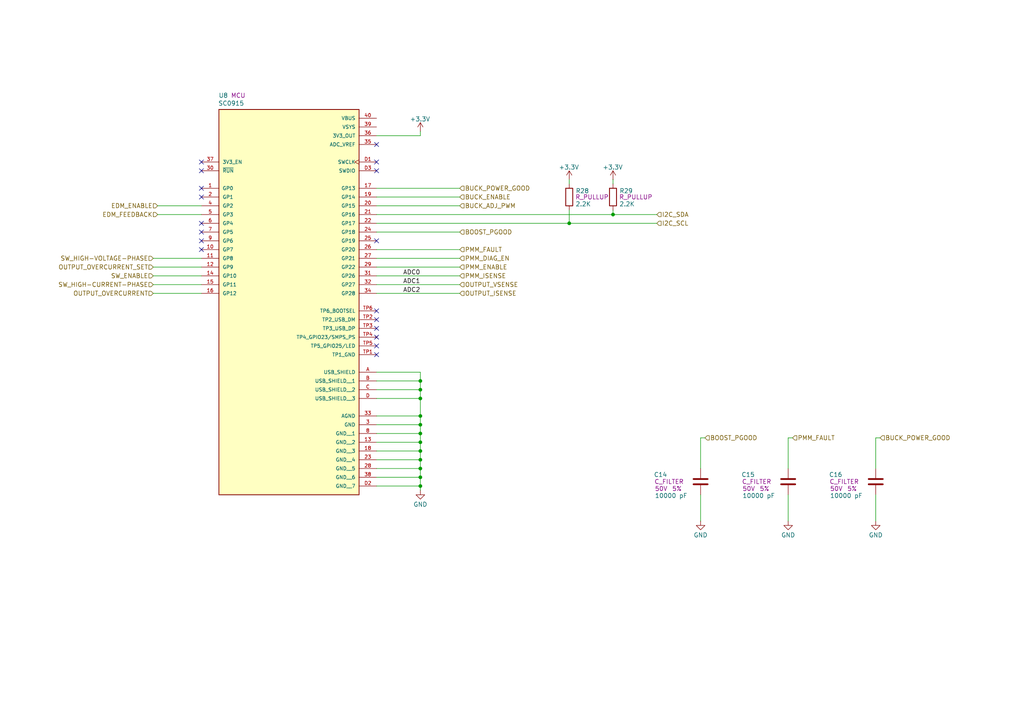
<source format=kicad_sch>
(kicad_sch (version 20250114) (generator "eeschema") (generator_version "9.0")
  (paper "A4")
  (title_block (title "Dual Converter Motherboard, Controller") (date "2025-06-02") (rev "F") (company "Rack Robotics, Inc."))
  (lib_symbols
    (symbol "Device:C" (pin_numbers (hide yes)) (pin_names (offset 0.254))
      (property "Reference" "C" (at 0.635 2.54 0))
      (property "Value" "C" (at 0.635 -2.54 0))
      (symbol "C_0_1"
        (polyline (pts (xy -2.032 0.762) (xy 2.032 0.762)) (stroke (width 0.508)))
        (polyline (pts (xy -2.032 -0.762) (xy 2.032 -0.762)) (stroke (width 0.508)))
      )
      (symbol "C_1_1"
        (pin passive line (at 0 3.81 270) (length 2.794) (name "~") (number "1"))
        (pin passive line (at 0 -3.81 90) (length 2.794) (name "~") (number "2"))
      )
    )
    (symbol "Device:R" (pin_numbers (hide yes)) (pin_names (offset 0))
      (property "Reference" "R" (at 2.032 0 90))
      (property "Value" "R" (at 0 0 90))
      (symbol "R_0_1"
        (rectangle (start -1.016 -2.54) (end 1.016 2.54) (stroke (width 0.254)))
      )
      (symbol "R_1_1"
        (pin passive line (at 0 3.81 270) (length 1.27) (name "~") (number "1"))
        (pin passive line (at 0 -3.81 90) (length 1.27) (name "~") (number "2"))
      )
    )
    (symbol "power:+3.3V" (power) (pin_numbers (hide yes)) (pin_names (offset 0) (hide yes))
      (property "Value" "+3.3V" (at 0 3.556 0))
      (symbol "+3.3V_0_1"
        (polyline (pts (xy -0.762 1.27) (xy 0 2.54)))
        (polyline (pts (xy 0 2.54) (xy 0.762 1.27)))
        (polyline (pts (xy 0 0) (xy 0 2.54)))
      )
      (symbol "+3.3V_1_1"
        (pin power_in line (at 0 0 90) (length 0) (name "~") (number "1"))
      )
    )
    (symbol "power:GND" (power) (pin_numbers (hide yes)) (pin_names (offset 0) (hide yes))
      (property "Value" "GND" (at 0 -3.81 0))
      (symbol "GND_0_1"
        (polyline (pts (xy 0 0) (xy 0 -1.27) (xy 1.27 -1.27) (xy 0 -2.54) (xy -1.27 -1.27) (xy 0 -1.27)))
      )
      (symbol "GND_1_1"
        (pin power_in line (at 0 0 270) (length 0) (name "~") (number "1"))
      )
    )
    (symbol "powercore-development:SC0915" (pin_names (offset 1.016))
      (property "Reference" "U" (at -20.32 44.069 0))
      (property "Value" "SC0915" (at -20.32 -71.12 0))
      (symbol "SC0915_0_0"
        (rectangle (start -20.32 -68.58) (end 20.32 43.18) (stroke (width 0.254)) (fill (type background)))
        (pin input line (at -25.4 27.94 0) (length 5.08) (name "3V3_EN") (number "37"))
        (pin input line (at -25.4 25.4 0) (length 5.08) (name "~{RUN}") (number "30"))
        (pin bidirectional line (at -25.4 20.32 0) (length 5.08) (name "GP0") (number "1"))
        (pin bidirectional line (at -25.4 17.78 0) (length 5.08) (name "GP1") (number "2"))
        (pin bidirectional line (at -25.4 15.24 0) (length 5.08) (name "GP2") (number "4"))
        (pin bidirectional line (at -25.4 12.7 0) (length 5.08) (name "GP3") (number "5"))
        (pin bidirectional line (at -25.4 10.16 0) (length 5.08) (name "GP4") (number "6"))
        (pin bidirectional line (at -25.4 7.62 0) (length 5.08) (name "GP5") (number "7"))
        (pin bidirectional line (at -25.4 5.08 0) (length 5.08) (name "GP6") (number "9"))
        (pin bidirectional line (at -25.4 2.54 0) (length 5.08) (name "GP7") (number "10"))
        (pin bidirectional line (at -25.4 0 0) (length 5.08) (name "GP8") (number "11"))
        (pin bidirectional line (at -25.4 -2.54 0) (length 5.08) (name "GP9") (number "12"))
        (pin bidirectional line (at -25.4 -5.08 0) (length 5.08) (name "GP10") (number "14"))
        (pin bidirectional line (at -25.4 -7.62 0) (length 5.08) (name "GP11") (number "15"))
        (pin bidirectional line (at -25.4 -10.16 0) (length 5.08) (name "GP12") (number "16"))
        (pin power_in line (at 25.4 40.64 180) (length 5.08) (name "VBUS") (number "40"))
        (pin power_in line (at 25.4 38.1 180) (length 5.08) (name "VSYS") (number "39"))
        (pin power_in line (at 25.4 35.56 180) (length 5.08) (name "3V3_OUT") (number "36"))
        (pin power_in line (at 25.4 33.02 180) (length 5.08) (name "ADC_VREF") (number "35"))
        (pin input clock (at 25.4 27.94 180) (length 5.08) (name "SWCLK") (number "D1"))
        (pin bidirectional line (at 25.4 25.4 180) (length 5.08) (name "SWDIO") (number "D3"))
        (pin bidirectional line (at 25.4 20.32 180) (length 5.08) (name "GP13") (number "17"))
        (pin bidirectional line (at 25.4 17.78 180) (length 5.08) (name "GP14") (number "19"))
        (pin bidirectional line (at 25.4 15.24 180) (length 5.08) (name "GP15") (number "20"))
        (pin bidirectional line (at 25.4 12.7 180) (length 5.08) (name "GP16") (number "21"))
        (pin bidirectional line (at 25.4 10.16 180) (length 5.08) (name "GP17") (number "22"))
        (pin bidirectional line (at 25.4 7.62 180) (length 5.08) (name "GP18") (number "24"))
        (pin bidirectional line (at 25.4 5.08 180) (length 5.08) (name "GP19") (number "25"))
        (pin bidirectional line (at 25.4 2.54 180) (length 5.08) (name "GP20") (number "26"))
        (pin bidirectional line (at 25.4 0 180) (length 5.08) (name "GP21") (number "27"))
        (pin bidirectional line (at 25.4 -2.54 180) (length 5.08) (name "GP22") (number "29"))
        (pin bidirectional line (at 25.4 -5.08 180) (length 5.08) (name "GP26") (number "31"))
        (pin bidirectional line (at 25.4 -7.62 180) (length 5.08) (name "GP27") (number "32"))
        (pin bidirectional line (at 25.4 -10.16 180) (length 5.08) (name "GP28") (number "34"))
        (pin input line (at 25.4 -15.24 180) (length 5.08) (name "TP6_BOOTSEL") (number "TP6"))
        (pin bidirectional line (at 25.4 -17.78 180) (length 5.08) (name "TP2_USB_DM") (number "TP2"))
        (pin bidirectional line (at 25.4 -20.32 180) (length 5.08) (name "TP3_USB_DP") (number "TP3"))
        (pin no_connect line (at 25.4 -22.86 180) (length 5.08) (name "TP4_GPIO23/SMPS_PS") (number "TP4"))
        (pin output line (at 25.4 -25.4 180) (length 5.08) (name "TP5_GPIO25/LED") (number "TP5"))
        (pin power_in line (at 25.4 -27.94 180) (length 5.08) (name "TP1_GND") (number "TP1"))
        (pin power_in line (at 25.4 -33.02 180) (length 5.08) (name "USB_SHIELD") (number "A"))
        (pin power_in line (at 25.4 -35.56 180) (length 5.08) (name "USB_SHIELD__1") (number "B"))
        (pin power_in line (at 25.4 -38.1 180) (length 5.08) (name "USB_SHIELD__2") (number "C"))
        (pin power_in line (at 25.4 -40.64 180) (length 5.08) (name "USB_SHIELD__3") (number "D"))
        (pin power_in line (at 25.4 -45.72 180) (length 5.08) (name "AGND") (number "33"))
        (pin power_in line (at 25.4 -48.26 180) (length 5.08) (name "GND") (number "3"))
        (pin power_in line (at 25.4 -50.8 180) (length 5.08) (name "GND__1") (number "8"))
        (pin power_in line (at 25.4 -53.34 180) (length 5.08) (name "GND__2") (number "13"))
        (pin power_in line (at 25.4 -55.88 180) (length 5.08) (name "GND__3") (number "18"))
        (pin power_in line (at 25.4 -58.42 180) (length 5.08) (name "GND__4") (number "23"))
        (pin power_in line (at 25.4 -60.96 180) (length 5.08) (name "GND__5") (number "28"))
        (pin power_in line (at 25.4 -63.5 180) (length 5.08) (name "GND__6") (number "38"))
        (pin power_in line (at 25.4 -66.04 180) (length 5.08) (name "GND__7") (number "D2"))
      )
    )
  )
  (junction (at 121.92 135.89))
  (junction (at 121.92 120.65))
  (junction (at 121.92 115.57))
  (junction (at 121.92 138.43))
  (junction (at 121.92 123.19))
  (junction (at 121.92 133.35))
  (junction (at 121.92 125.73))
  (junction (at 121.92 113.03))
  (junction (at 177.8 62.23))
  (junction (at 121.92 110.49))
  (junction (at 121.92 130.81))
  (junction (at 121.92 140.97))
  (junction (at 165.1 64.77))
  (junction (at 121.92 128.27))
  (no_connect (at 58.42 49.53))
  (no_connect (at 109.22 92.71))
  (no_connect (at 109.22 95.25))
  (no_connect (at 58.42 57.15))
  (no_connect (at 58.42 46.99))
  (no_connect (at 58.42 72.39))
  (no_connect (at 58.42 54.61))
  (no_connect (at 58.42 69.85))
  (no_connect (at 109.22 69.85))
  (no_connect (at 58.42 64.77))
  (no_connect (at 109.22 97.79))
  (no_connect (at 109.22 41.91))
  (no_connect (at 109.22 46.99))
  (no_connect (at 109.22 102.87))
  (no_connect (at 109.22 49.53))
  (no_connect (at 58.42 67.31))
  (no_connect (at 109.22 90.17))
  (no_connect (at 109.22 100.33))
  (wire (pts (xy 109.22 77.47) (xy 133.35 77.47)))
  (wire (pts (xy 109.22 107.95) (xy 121.92 107.95)))
  (wire (pts (xy 177.8 52.07) (xy 177.8 53.34)))
  (wire (pts (xy 109.22 82.55) (xy 133.35 82.55)))
  (wire (pts (xy 109.22 62.23) (xy 177.8 62.23)))
  (wire (pts (xy 109.22 110.49) (xy 121.92 110.49)))
  (wire (pts (xy 254 127) (xy 254 135.89)))
  (wire (pts (xy 121.92 135.89) (xy 121.92 133.35)))
  (wire (pts (xy 203.2 151.13) (xy 203.2 143.51)))
  (wire (pts (xy 121.92 120.65) (xy 109.22 120.65)))
  (wire (pts (xy 121.92 138.43) (xy 121.92 135.89)))
  (wire (pts (xy 121.92 107.95) (xy 121.92 110.49)))
  (wire (pts (xy 121.92 128.27) (xy 121.92 125.73)))
  (wire (pts (xy 109.22 57.15) (xy 133.35 57.15)))
  (wire (pts (xy 121.92 135.89) (xy 109.22 135.89)))
  (wire (pts (xy 45.72 62.23) (xy 58.42 62.23)))
  (wire (pts (xy 44.45 80.01) (xy 58.42 80.01)))
  (wire (pts (xy 121.92 110.49) (xy 121.92 113.03)))
  (wire (pts (xy 121.92 128.27) (xy 109.22 128.27)))
  (wire (pts (xy 45.72 59.69) (xy 58.42 59.69)))
  (wire (pts (xy 121.92 138.43) (xy 109.22 138.43)))
  (wire (pts (xy 109.22 39.37) (xy 121.92 39.37)))
  (wire (pts (xy 109.22 115.57) (xy 121.92 115.57)))
  (wire (pts (xy 44.45 82.55) (xy 58.42 82.55)))
  (wire (pts (xy 109.22 113.03) (xy 121.92 113.03)))
  (wire (pts (xy 109.22 80.01) (xy 133.35 80.01)))
  (wire (pts (xy 165.1 52.07) (xy 165.1 53.34)))
  (wire (pts (xy 44.45 74.93) (xy 58.42 74.93)))
  (wire (pts (xy 177.8 60.96) (xy 177.8 62.23)))
  (wire (pts (xy 228.6 127) (xy 228.6 135.89)))
  (wire (pts (xy 109.22 54.61) (xy 133.35 54.61)))
  (wire (pts (xy 121.92 125.73) (xy 109.22 125.73)))
  (wire (pts (xy 121.92 123.19) (xy 121.92 120.65)))
  (wire (pts (xy 121.92 39.37) (xy 121.92 38.1)))
  (wire (pts (xy 109.22 72.39) (xy 133.35 72.39)))
  (wire (pts (xy 109.22 74.93) (xy 133.35 74.93)))
  (wire (pts (xy 228.6 151.13) (xy 228.6 143.51)))
  (wire (pts (xy 44.45 77.47) (xy 58.42 77.47)))
  (wire (pts (xy 121.92 130.81) (xy 109.22 130.81)))
  (wire (pts (xy 177.8 62.23) (xy 190.5 62.23)))
  (wire (pts (xy 121.92 140.97) (xy 109.22 140.97)))
  (wire (pts (xy 254 151.13) (xy 254 143.51)))
  (wire (pts (xy 203.2 127) (xy 203.2 135.89)))
  (wire (pts (xy 121.92 125.73) (xy 121.92 123.19)))
  (wire (pts (xy 228.6 127) (xy 229.87 127)))
  (wire (pts (xy 165.1 60.96) (xy 165.1 64.77)))
  (wire (pts (xy 121.92 133.35) (xy 109.22 133.35)))
  (wire (pts (xy 109.22 59.69) (xy 133.35 59.69)))
  (wire (pts (xy 121.92 142.24) (xy 121.92 140.97)))
  (wire (pts (xy 121.92 123.19) (xy 109.22 123.19)))
  (wire (pts (xy 254 127) (xy 255.27 127)))
  (wire (pts (xy 109.22 64.77) (xy 165.1 64.77)))
  (wire (pts (xy 121.92 115.57) (xy 121.92 120.65)))
  (wire (pts (xy 121.92 130.81) (xy 121.92 128.27)))
  (wire (pts (xy 204.47 127) (xy 203.2 127)))
  (wire (pts (xy 109.22 85.09) (xy 133.35 85.09)))
  (wire (pts (xy 121.92 113.03) (xy 121.92 115.57)))
  (wire (pts (xy 121.92 133.35) (xy 121.92 130.81)))
  (wire (pts (xy 109.22 67.31) (xy 133.35 67.31)))
  (wire (pts (xy 121.92 140.97) (xy 121.92 138.43)))
  (wire (pts (xy 165.1 64.77) (xy 190.5 64.77)))
  (wire (pts (xy 44.45 85.09) (xy 58.42 85.09)))
  (label "ADC0" (at 121.92 80.01 180))
  (label "ADC2" (at 121.92 85.09 180))
  (label "ADC1" (at 121.92 82.55 180))
  (hierarchical_label "SW_ENABLE" (shape input) (at 44.45 80.01 180))
  (hierarchical_label "EDM_FEEDBACK" (shape input) (at 45.72 62.23 180))
  (hierarchical_label "PMM_ISENSE" (shape input) (at 133.35 80.01 0))
  (hierarchical_label "PMM_ENABLE" (shape input) (at 133.35 77.47 0))
  (hierarchical_label "PMM_FAULT" (shape input) (at 133.35 72.39 0))
  (hierarchical_label "OUTPUT_ISENSE" (shape input) (at 133.35 85.09 0))
  (hierarchical_label "SW_HIGH-VOLTAGE-PHASE" (shape input) (at 44.45 74.93 180))
  (hierarchical_label "BOOST_PGOOD" (shape input) (at 204.47 127 0))
  (hierarchical_label "OUTPUT_OVERCURRENT_SET" (shape input) (at 44.45 77.47 180))
  (hierarchical_label "OUTPUT_OVERCURRENT" (shape input) (at 44.45 85.09 180))
  (hierarchical_label "BUCK_ADJ_PWM" (shape input) (at 133.35 59.69 0))
  (hierarchical_label "I2C_SDA" (shape input) (at 190.5 62.23 0))
  (hierarchical_label "SW_HIGH-CURRENT-PHASE" (shape input) (at 44.45 82.55 180))
  (hierarchical_label "BUCK_ENABLE" (shape input) (at 133.35 57.15 0))
  (hierarchical_label "I2C_SCL" (shape input) (at 190.5 64.77 0))
  (hierarchical_label "OUTPUT_VSENSE" (shape input) (at 133.35 82.55 0))
  (hierarchical_label "BUCK_POWER_GOOD" (shape input) (at 255.27 127 0))
  (hierarchical_label "BUCK_POWER_GOOD" (shape input) (at 133.35 54.61 0))
  (hierarchical_label "PMM_FAULT" (shape input) (at 229.87 127 0))
  (hierarchical_label "PMM_DIAG_EN" (shape input) (at 133.35 74.93 0))
  (hierarchical_label "EDM_ENABLE" (shape input) (at 45.72 59.69 180))
  (hierarchical_label "BOOST_PGOOD" (shape input) (at 133.35 67.31 0))
  (symbol (lib_id "Device:R") (at 177.8 57.15 0) (mirror x) (unit 1)
    (property "Reference" "R29" (at 181.61 55.372 0))
    (property "Value" "2.2K" (at 181.864 59.182 0))
    (property "Footprint" "Resistor_SMD:R_0603_1608Metric" (effects (hide yes)))
    (property "Datasheet" "https://www.yageo.com/upload/media/product/products/datasheet/rchip/PYu-RC_Group_51_RoHS_L_12.pdf" (effects (hide yes)))
    (property "Description" "2.2 kOhms ±1% 0.1W, 1/10W Chip Resistor 0603 (1608 Metric) Moisture Resistant Thick Film" (effects (hide yes)))
    (property "Manufacturer" "YAGEO" (effects (hide yes)))
    (property "Tolerance" "1%" (effects (hide yes)))
    (property "Role" "R_PULLUP" (at 184.404 57.15 0))
    (property "Manufacturer#" "RC0603FR-132K2L" (effects (hide yes)))
    (property "Distributor" "Digikey Electronics, Inc." (effects (hide yes)))
    (property "Distributor#" "13-RC0603FR-132K2LCT-ND" (effects (hide yes)))
    (property "LCSC Part #" "C3032396" (effects (hide yes)))
  )
  (symbol (lib_id "Device:C") (at 228.6 139.7 0) (mirror y) (unit 1)
    (property "Reference" "C15" (at 218.948 137.668 0) (effects (justify left)))
    (property "Value" "10000 pF" (at 224.79 143.764 0) (effects (justify left)))
    (property "Footprint" "Capacitor_SMD:C_0603_1608Metric" (effects (hide yes)))
    (property "Datasheet" "https://www.yageo.com/upload/media/product/productsearch/datasheet/mlcc/UPY-GPHC_X7R_6.3V-to-250V_24.pdf" (effects (hide yes)))
    (property "Description" "10000 pF ±5% 50V Ceramic Capacitor X7R 0603 (1608 Metric)" (effects (hide yes)))
    (property "Role" "C_FILTER" (at 219.456 139.7 0))
    (property "Tolerance" "5%" (at 221.742 141.732 0))
    (property "Dielectric" "X7R" (effects (hide yes)))
    (property "Max Voltage" "50V" (at 217.17 141.732 0))
    (property "Manufacturer" "YAGEO" (effects (hide yes)))
    (property "Manufacturer#" "CC0603JRX7R9BB103" (effects (hide yes)))
    (property "Distributor" "Digikey Electronics, Inc." (effects (hide yes)))
    (property "Distributor#" "311-1778-1-ND" (effects (hide yes)))
    (property "LCSC Part #" "C115056" (effects (hide yes)))
  )
  (symbol (lib_id "Device:C") (at 203.2 139.7 0) (mirror y) (unit 1)
    (property "Reference" "C14" (at 193.548 137.668 0) (effects (justify left)))
    (property "Value" "10000 pF" (at 199.39 143.764 0) (effects (justify left)))
    (property "Footprint" "Capacitor_SMD:C_0603_1608Metric" (effects (hide yes)))
    (property "Datasheet" "https://www.yageo.com/upload/media/product/productsearch/datasheet/mlcc/UPY-GPHC_X7R_6.3V-to-250V_24.pdf" (effects (hide yes)))
    (property "Description" "10000 pF ±5% 50V Ceramic Capacitor X7R 0603 (1608 Metric)" (effects (hide yes)))
    (property "Role" "C_FILTER" (at 194.056 139.7 0))
    (property "Tolerance" "5%" (at 196.342 141.732 0))
    (property "Dielectric" "X7R" (effects (hide yes)))
    (property "Max Voltage" "50V" (at 191.77 141.732 0))
    (property "Manufacturer" "YAGEO" (effects (hide yes)))
    (property "Manufacturer#" "CC0603JRX7R9BB103" (effects (hide yes)))
    (property "Distributor" "Digikey Electronics, Inc." (effects (hide yes)))
    (property "Distributor#" "311-1778-1-ND" (effects (hide yes)))
    (property "LCSC Part #" "C115056" (effects (hide yes)))
  )
  (symbol (lib_id "power:+3.3V") (at 177.8 52.07 0) (unit 1)
    (property "Reference" "#PWR045" (effects (hide yes)))
    (property "Value" "+3.3V" (at 174.752 48.514 0) (effects (justify left)))
    (property "Description" "Power symbol creates a global label with name \"+3.3V\"" (effects (hide yes)))
  )
  (symbol (lib_id "power:+3.3V") (at 165.1 52.07 0) (unit 1)
    (property "Reference" "#PWR044" (effects (hide yes)))
    (property "Value" "+3.3V" (at 162.052 48.514 0) (effects (justify left)))
    (property "Description" "Power symbol creates a global label with name \"+3.3V\"" (effects (hide yes)))
  )
  (symbol (lib_id "Device:R") (at 165.1 57.15 0) (mirror x) (unit 1)
    (property "Reference" "R28" (at 168.91 55.372 0))
    (property "Value" "2.2K" (at 169.164 59.182 0))
    (property "Footprint" "Resistor_SMD:R_0603_1608Metric" (effects (hide yes)))
    (property "Datasheet" "https://www.yageo.com/upload/media/product/products/datasheet/rchip/PYu-RC_Group_51_RoHS_L_12.pdf" (effects (hide yes)))
    (property "Description" "2.2 kOhms ±1% 0.1W, 1/10W Chip Resistor 0603 (1608 Metric) Moisture Resistant Thick Film" (effects (hide yes)))
    (property "Manufacturer" "YAGEO" (effects (hide yes)))
    (property "Tolerance" "1%" (effects (hide yes)))
    (property "Role" "R_PULLUP" (at 171.704 57.15 0))
    (property "Manufacturer#" "RC0603FR-132K2L" (effects (hide yes)))
    (property "Distributor" "Digikey Electronics, Inc." (effects (hide yes)))
    (property "Distributor#" "13-RC0603FR-132K2LCT-ND" (effects (hide yes)))
    (property "LCSC Part #" "C3032396" (effects (hide yes)))
  )
  (symbol (lib_id "power:GND") (at 228.6 151.13 0) (unit 1)
    (property "Reference" "#PWR048" (effects (hide yes)))
    (property "Value" "GND" (at 228.6 155.194 0))
    (property "Description" "Power symbol creates a global label with name \"GND\" , ground" (effects (hide yes)))
  )
  (symbol (lib_id "power:GND") (at 121.92 142.24 0) (unit 1)
    (property "Reference" "#PWR046" (effects (hide yes)))
    (property "Value" "GND" (at 121.92 146.304 0))
    (property "Description" "Power symbol creates a global label with name \"GND\" , ground" (effects (hide yes)))
  )
  (symbol (lib_id "power:GND") (at 254 151.13 0) (unit 1)
    (property "Reference" "#PWR049" (effects (hide yes)))
    (property "Value" "GND" (at 254 155.194 0))
    (property "Description" "Power symbol creates a global label with name \"GND\" , ground" (effects (hide yes)))
  )
  (symbol (lib_id "power:+3.3V") (at 121.92 38.1 0) (unit 1)
    (property "Reference" "#PWR043" (effects (hide yes)))
    (property "Value" "+3.3V" (at 118.872 34.544 0) (effects (justify left)))
    (property "Description" "Power symbol creates a global label with name \"+3.3V\"" (effects (hide yes)))
  )
  (symbol (lib_id "powercore-development:SC0915") (at 83.82 74.93 0) (unit 1)
    (property "Reference" "U8" (at 64.77 27.686 0))
    (property "Value" "SC0915" (at 67.056 29.972 0))
    (property "Footprint" "powercore-development:SC0915" (effects (hide yes)))
    (property "Datasheet" "https://datasheets.raspberrypi.com/pico/pico-datasheet.pdf" (effects (hide yes)))
    (property "Description" "RP2040 Raspberry Pi Pico - ARM® Cortex®-M0+ MCU 32-Bit Embedded Evaluation Board" (effects (hide yes)))
    (property "Manufacturer" "Raspberry Pi" (effects (hide yes)))
    (property "Manufacturer#" "SC0915" (effects (hide yes)))
    (property "Distributor" "Digikey Electronics, Inc." (effects (hide yes)))
    (property "Distributor#" "2648-SC0915CT-ND" (effects (hide yes)))
    (property "Role" "MCU" (at 69.088 27.686 0))
    (property "LCSC Part #" "C7203002" (effects (hide yes)))
  )
  (symbol (lib_id "Device:C") (at 254 139.7 0) (mirror y) (unit 1)
    (property "Reference" "C16" (at 244.348 137.668 0) (effects (justify left)))
    (property "Value" "10000 pF" (at 250.19 143.764 0) (effects (justify left)))
    (property "Footprint" "Capacitor_SMD:C_0603_1608Metric" (effects (hide yes)))
    (property "Datasheet" "https://www.yageo.com/upload/media/product/productsearch/datasheet/mlcc/UPY-GPHC_X7R_6.3V-to-250V_24.pdf" (effects (hide yes)))
    (property "Description" "10000 pF ±5% 50V Ceramic Capacitor X7R 0603 (1608 Metric)" (effects (hide yes)))
    (property "Role" "C_FILTER" (at 244.856 139.7 0))
    (property "Tolerance" "5%" (at 247.142 141.732 0))
    (property "Dielectric" "X7R" (effects (hide yes)))
    (property "Max Voltage" "50V" (at 242.57 141.732 0))
    (property "Manufacturer" "YAGEO" (effects (hide yes)))
    (property "Manufacturer#" "CC0603JRX7R9BB103" (effects (hide yes)))
    (property "Distributor" "Digikey Electronics, Inc." (effects (hide yes)))
    (property "Distributor#" "311-1778-1-ND" (effects (hide yes)))
    (property "LCSC Part #" "C115056" (effects (hide yes)))
  )
  (symbol (lib_id "power:GND") (at 203.2 151.13 0) (unit 1)
    (property "Reference" "#PWR047" (effects (hide yes)))
    (property "Value" "GND" (at 203.2 155.194 0))
    (property "Description" "Power symbol creates a global label with name \"GND\" , ground" (effects (hide yes)))
  )
)
</source>
